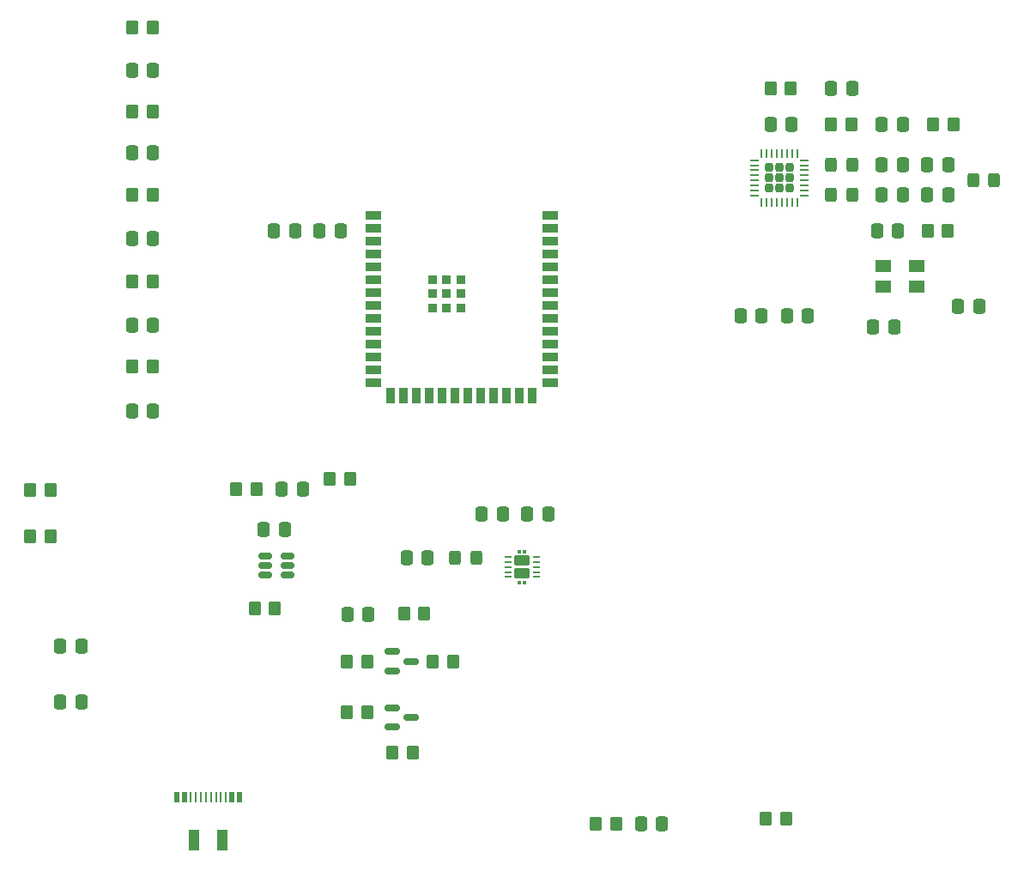
<source format=gbr>
%TF.GenerationSoftware,KiCad,Pcbnew,9.0.0*%
%TF.CreationDate,2025-03-31T12:40:15-05:00*%
%TF.ProjectId,445 Design Document Schematic,34343520-4465-4736-9967-6e20446f6375,rev?*%
%TF.SameCoordinates,Original*%
%TF.FileFunction,Paste,Top*%
%TF.FilePolarity,Positive*%
%FSLAX46Y46*%
G04 Gerber Fmt 4.6, Leading zero omitted, Abs format (unit mm)*
G04 Created by KiCad (PCBNEW 9.0.0) date 2025-03-31 12:40:15*
%MOMM*%
%LPD*%
G01*
G04 APERTURE LIST*
G04 Aperture macros list*
%AMRoundRect*
0 Rectangle with rounded corners*
0 $1 Rounding radius*
0 $2 $3 $4 $5 $6 $7 $8 $9 X,Y pos of 4 corners*
0 Add a 4 corners polygon primitive as box body*
4,1,4,$2,$3,$4,$5,$6,$7,$8,$9,$2,$3,0*
0 Add four circle primitives for the rounded corners*
1,1,$1+$1,$2,$3*
1,1,$1+$1,$4,$5*
1,1,$1+$1,$6,$7*
1,1,$1+$1,$8,$9*
0 Add four rect primitives between the rounded corners*
20,1,$1+$1,$2,$3,$4,$5,0*
20,1,$1+$1,$4,$5,$6,$7,0*
20,1,$1+$1,$6,$7,$8,$9,0*
20,1,$1+$1,$8,$9,$2,$3,0*%
G04 Aperture macros list end*
%ADD10RoundRect,0.250000X-0.337500X-0.475000X0.337500X-0.475000X0.337500X0.475000X-0.337500X0.475000X0*%
%ADD11R,0.520000X1.000000*%
%ADD12R,0.270000X1.000000*%
%ADD13R,1.000000X2.000000*%
%ADD14R,1.600000X1.300000*%
%ADD15RoundRect,0.250000X-0.350000X-0.450000X0.350000X-0.450000X0.350000X0.450000X-0.350000X0.450000X0*%
%ADD16RoundRect,0.250000X0.337500X0.475000X-0.337500X0.475000X-0.337500X-0.475000X0.337500X-0.475000X0*%
%ADD17RoundRect,0.250000X0.350000X0.450000X-0.350000X0.450000X-0.350000X-0.450000X0.350000X-0.450000X0*%
%ADD18RoundRect,0.025000X-0.100000X-0.145000X0.100000X-0.145000X0.100000X0.145000X-0.100000X0.145000X0*%
%ADD19RoundRect,0.106000X-0.644000X-0.424000X0.644000X-0.424000X0.644000X0.424000X-0.644000X0.424000X0*%
%ADD20RoundRect,0.060000X-0.240000X-0.060000X0.240000X-0.060000X0.240000X0.060000X-0.240000X0.060000X0*%
%ADD21RoundRect,0.250000X-0.325000X-0.450000X0.325000X-0.450000X0.325000X0.450000X-0.325000X0.450000X0*%
%ADD22R,0.900000X0.900000*%
%ADD23R,1.500000X0.900000*%
%ADD24R,0.900000X1.500000*%
%ADD25RoundRect,0.150000X-0.587500X-0.150000X0.587500X-0.150000X0.587500X0.150000X-0.587500X0.150000X0*%
%ADD26RoundRect,0.207500X0.207500X-0.207500X0.207500X0.207500X-0.207500X0.207500X-0.207500X-0.207500X0*%
%ADD27RoundRect,0.062500X0.062500X-0.375000X0.062500X0.375000X-0.062500X0.375000X-0.062500X-0.375000X0*%
%ADD28RoundRect,0.062500X0.375000X-0.062500X0.375000X0.062500X-0.375000X0.062500X-0.375000X-0.062500X0*%
%ADD29RoundRect,0.150000X0.512500X0.150000X-0.512500X0.150000X-0.512500X-0.150000X0.512500X-0.150000X0*%
G04 APERTURE END LIST*
D10*
%TO.C,C27*%
X171537500Y-61500000D03*
X169462500Y-61500000D03*
%TD*%
%TO.C,C23*%
X167025000Y-47500000D03*
X164950000Y-47500000D03*
%TD*%
D11*
%TO.C,P2*%
X100400000Y-117450000D03*
X101150000Y-117450000D03*
D12*
X102250000Y-117450000D03*
X102750000Y-117450000D03*
X103750000Y-117450000D03*
X104750000Y-117450000D03*
D11*
X105850000Y-117450000D03*
X106600000Y-117450000D03*
X106600000Y-117450000D03*
X105850000Y-117450000D03*
D12*
X105250000Y-117450000D03*
X104250000Y-117450000D03*
X103250000Y-117450000D03*
X101750000Y-117450000D03*
D11*
X101150000Y-117450000D03*
X100400000Y-117450000D03*
D13*
X104900000Y-121650000D03*
X102100000Y-121650000D03*
%TD*%
D14*
%TO.C,Y1*%
X170074000Y-67000000D03*
X173374000Y-67000000D03*
X173374000Y-65000000D03*
X170074000Y-65000000D03*
%TD*%
D15*
%TO.C,R16*%
X141750000Y-120000000D03*
X143750000Y-120000000D03*
%TD*%
%TO.C,R13*%
X115500000Y-86000000D03*
X117500000Y-86000000D03*
%TD*%
D16*
%TO.C,C20*%
X179537500Y-69000000D03*
X177462500Y-69000000D03*
%TD*%
D10*
%TO.C,C22*%
X158950000Y-51000000D03*
X161025000Y-51000000D03*
%TD*%
D15*
%TO.C,R6*%
X85960000Y-87130000D03*
X87960000Y-87130000D03*
%TD*%
D10*
%TO.C,C28*%
X174412500Y-55000000D03*
X176487500Y-55000000D03*
%TD*%
D15*
%TO.C,R20*%
X164950000Y-51000000D03*
X166950000Y-51000000D03*
%TD*%
%TO.C,R8*%
X85960000Y-91702000D03*
X87960000Y-91702000D03*
%TD*%
D10*
%TO.C,C2*%
X95963500Y-53828000D03*
X98038500Y-53828000D03*
%TD*%
D17*
%TO.C,R1*%
X98001000Y-41509000D03*
X96001000Y-41509000D03*
%TD*%
D15*
%TO.C,R12*%
X106250000Y-87000000D03*
X108250000Y-87000000D03*
%TD*%
D18*
%TO.C,U3*%
X134219000Y-93168000D03*
X134219000Y-96228000D03*
D19*
X134469000Y-94068000D03*
X134469000Y-95328000D03*
D18*
X134719000Y-93168000D03*
X134719000Y-96228000D03*
D20*
X133069000Y-93698000D03*
X133069000Y-94198000D03*
X133069000Y-94698000D03*
X133069000Y-95198000D03*
X133069000Y-95698000D03*
X135869000Y-95698000D03*
X135869000Y-95198000D03*
X135869000Y-94698000D03*
X135869000Y-94198000D03*
X135869000Y-93698000D03*
%TD*%
D21*
%TO.C,L1*%
X127853000Y-93825000D03*
X129903000Y-93825000D03*
%TD*%
D10*
%TO.C,C18*%
X88922500Y-108000000D03*
X90997500Y-108000000D03*
%TD*%
D21*
%TO.C,L3*%
X164950000Y-58000000D03*
X167000000Y-58000000D03*
%TD*%
D17*
%TO.C,R5*%
X98001000Y-74910000D03*
X96001000Y-74910000D03*
%TD*%
D10*
%TO.C,C26*%
X169912500Y-51000000D03*
X171987500Y-51000000D03*
%TD*%
%TO.C,C6*%
X108962500Y-91000000D03*
X111037500Y-91000000D03*
%TD*%
D15*
%TO.C,R21*%
X175000000Y-51000000D03*
X177000000Y-51000000D03*
%TD*%
D22*
%TO.C,U5*%
X125600000Y-66320000D03*
X125600000Y-67720000D03*
X125600000Y-69120000D03*
X127000000Y-66320000D03*
X127000000Y-67720000D03*
X127000000Y-69120000D03*
X128400000Y-66320000D03*
X128400000Y-67720000D03*
X128400000Y-69120000D03*
D23*
X119750000Y-60000000D03*
X119750000Y-61270000D03*
X119750000Y-62540000D03*
X119750000Y-63810000D03*
X119750000Y-65080000D03*
X119750000Y-66350000D03*
X119750000Y-67620000D03*
X119750000Y-68890000D03*
X119750000Y-70160000D03*
X119750000Y-71430000D03*
X119750000Y-72700000D03*
X119750000Y-73970000D03*
X119750000Y-75240000D03*
X119750000Y-76510000D03*
D24*
X121515000Y-77760000D03*
X122785000Y-77760000D03*
X124055000Y-77760000D03*
X125325000Y-77760000D03*
X126595000Y-77760000D03*
X127865000Y-77760000D03*
X129135000Y-77760000D03*
X130405000Y-77760000D03*
X131675000Y-77760000D03*
X132945000Y-77760000D03*
X134215000Y-77760000D03*
X135485000Y-77760000D03*
D23*
X137250000Y-76510000D03*
X137250000Y-75240000D03*
X137250000Y-73970000D03*
X137250000Y-72700000D03*
X137250000Y-71430000D03*
X137250000Y-70160000D03*
X137250000Y-68890000D03*
X137250000Y-67620000D03*
X137250000Y-66350000D03*
X137250000Y-65080000D03*
X137250000Y-63810000D03*
X137250000Y-62540000D03*
X137250000Y-61270000D03*
X137250000Y-60000000D03*
%TD*%
D15*
%TO.C,R22*%
X174450000Y-61500000D03*
X176450000Y-61500000D03*
%TD*%
D10*
%TO.C,C25*%
X169912500Y-55000000D03*
X171987500Y-55000000D03*
%TD*%
D17*
%TO.C,R10*%
X119151470Y-104000000D03*
X117151470Y-104000000D03*
%TD*%
D15*
%TO.C,R9*%
X108075000Y-98798000D03*
X110075000Y-98798000D03*
%TD*%
D10*
%TO.C,C1*%
X95985000Y-45700000D03*
X98060000Y-45700000D03*
%TD*%
D16*
%TO.C,C7*%
X162649000Y-69876000D03*
X160574000Y-69876000D03*
%TD*%
D15*
%TO.C,R15*%
X121651470Y-113000000D03*
X123651470Y-113000000D03*
%TD*%
D10*
%TO.C,C14*%
X88922500Y-102500000D03*
X90997500Y-102500000D03*
%TD*%
D15*
%TO.C,R19*%
X158950000Y-47500000D03*
X160950000Y-47500000D03*
%TD*%
D17*
%TO.C,R3*%
X98001000Y-58019000D03*
X96001000Y-58019000D03*
%TD*%
%TO.C,R14*%
X127651470Y-104000000D03*
X125651470Y-104000000D03*
%TD*%
D10*
%TO.C,C11*%
X114462500Y-61500000D03*
X116537500Y-61500000D03*
%TD*%
D16*
%TO.C,C9*%
X158077000Y-69876000D03*
X156002000Y-69876000D03*
%TD*%
D10*
%TO.C,C17*%
X134962500Y-89500000D03*
X137037500Y-89500000D03*
%TD*%
D17*
%TO.C,R2*%
X97985000Y-49764000D03*
X95985000Y-49764000D03*
%TD*%
D10*
%TO.C,C4*%
X95963500Y-70846000D03*
X98038500Y-70846000D03*
%TD*%
%TO.C,C10*%
X110000000Y-61500000D03*
X112075000Y-61500000D03*
%TD*%
D25*
%TO.C,Q2*%
X121651470Y-108600000D03*
X121651470Y-110500000D03*
X123526470Y-109550000D03*
%TD*%
D21*
%TO.C,L2*%
X164950000Y-55000000D03*
X167000000Y-55000000D03*
%TD*%
%TO.C,L4*%
X178925000Y-56500000D03*
X180975000Y-56500000D03*
%TD*%
D16*
%TO.C,C29*%
X176487500Y-58000000D03*
X174412500Y-58000000D03*
%TD*%
D17*
%TO.C,R11*%
X119151470Y-109000000D03*
X117151470Y-109000000D03*
%TD*%
D25*
%TO.C,Q1*%
X121651470Y-103050000D03*
X121651470Y-104950000D03*
X123526470Y-104000000D03*
%TD*%
D26*
%TO.C,U4*%
X158794000Y-57343500D03*
X159824000Y-57343500D03*
X160854000Y-57343500D03*
X158794000Y-56313500D03*
X159824000Y-56313500D03*
X160854000Y-56313500D03*
X158794000Y-55283500D03*
X159824000Y-55283500D03*
X160854000Y-55283500D03*
D27*
X158074000Y-58751000D03*
X158574000Y-58751000D03*
X159074000Y-58751000D03*
X159574000Y-58751000D03*
X160074000Y-58751000D03*
X160574000Y-58751000D03*
X161074000Y-58751000D03*
X161574000Y-58751000D03*
D28*
X162261500Y-58063500D03*
X162261500Y-57563500D03*
X162261500Y-57063500D03*
X162261500Y-56563500D03*
X162261500Y-56063500D03*
X162261500Y-55563500D03*
X162261500Y-55063500D03*
X162261500Y-54563500D03*
D27*
X161574000Y-53876000D03*
X161074000Y-53876000D03*
X160574000Y-53876000D03*
X160074000Y-53876000D03*
X159574000Y-53876000D03*
X159074000Y-53876000D03*
X158574000Y-53876000D03*
X158074000Y-53876000D03*
D28*
X157386500Y-54563500D03*
X157386500Y-55063500D03*
X157386500Y-55563500D03*
X157386500Y-56063500D03*
X157386500Y-56563500D03*
X157386500Y-57063500D03*
X157386500Y-57563500D03*
X157386500Y-58063500D03*
%TD*%
D29*
%TO.C,U2*%
X111350000Y-95491000D03*
X111350000Y-94541000D03*
X111350000Y-93591000D03*
X109075000Y-93591000D03*
X109075000Y-94541000D03*
X109075000Y-95491000D03*
%TD*%
D10*
%TO.C,C5*%
X95963500Y-79355000D03*
X98038500Y-79355000D03*
%TD*%
%TO.C,C8*%
X123045000Y-93825000D03*
X125120000Y-93825000D03*
%TD*%
%TO.C,C12*%
X110750000Y-87000000D03*
X112825000Y-87000000D03*
%TD*%
%TO.C,C21*%
X169074000Y-71000000D03*
X171149000Y-71000000D03*
%TD*%
D15*
%TO.C,R17*%
X158500000Y-119500000D03*
X160500000Y-119500000D03*
%TD*%
D10*
%TO.C,C16*%
X130462500Y-89500000D03*
X132537500Y-89500000D03*
%TD*%
%TO.C,C13*%
X146175000Y-120000000D03*
X148250000Y-120000000D03*
%TD*%
%TO.C,C3*%
X95963500Y-62337000D03*
X98038500Y-62337000D03*
%TD*%
%TO.C,C15*%
X117203000Y-99413000D03*
X119278000Y-99413000D03*
%TD*%
D17*
%TO.C,R4*%
X97985000Y-66528000D03*
X95985000Y-66528000D03*
%TD*%
D16*
%TO.C,C24*%
X171987500Y-58000000D03*
X169912500Y-58000000D03*
%TD*%
D15*
%TO.C,R7*%
X122791000Y-99286000D03*
X124791000Y-99286000D03*
%TD*%
M02*

</source>
